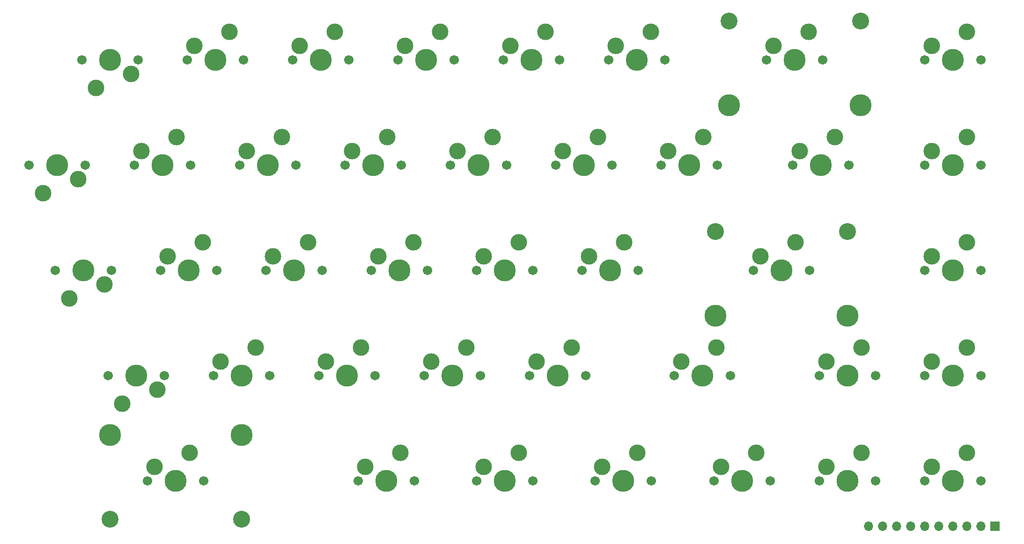
<source format=gbr>
%TF.GenerationSoftware,KiCad,Pcbnew,(5.1.10)-1*%
%TF.CreationDate,2023-08-12T15:50:14-04:00*%
%TF.ProjectId,niche65_mk2_right,6e696368-6536-4355-9f6d-6b325f726967,rev?*%
%TF.SameCoordinates,Original*%
%TF.FileFunction,Soldermask,Top*%
%TF.FilePolarity,Negative*%
%FSLAX46Y46*%
G04 Gerber Fmt 4.6, Leading zero omitted, Abs format (unit mm)*
G04 Created by KiCad (PCBNEW (5.1.10)-1) date 2023-08-12 15:50:14*
%MOMM*%
%LPD*%
G01*
G04 APERTURE LIST*
%ADD10C,3.000000*%
%ADD11C,3.987800*%
%ADD12C,1.701800*%
%ADD13R,1.700000X1.700000*%
%ADD14O,1.700000X1.700000*%
%ADD15C,3.048000*%
G04 APERTURE END LIST*
D10*
%TO.C,SW6*%
X197790000Y-94920000D03*
X191440000Y-97460000D03*
D11*
X195250000Y-100000000D03*
D12*
X200330000Y-100000000D03*
X190170000Y-100000000D03*
%TD*%
D10*
%TO.C,SW24*%
X193027500Y-133020000D03*
X186677500Y-135560000D03*
D11*
X190487500Y-138100000D03*
D12*
X195567500Y-138100000D03*
X185407500Y-138100000D03*
%TD*%
D10*
%TO.C,SW23*%
X173977500Y-133020000D03*
X167627500Y-135560000D03*
D11*
X171437500Y-138100000D03*
D12*
X176517500Y-138100000D03*
X166357500Y-138100000D03*
%TD*%
D13*
%TO.C,J10*%
X260020000Y-184455000D03*
D14*
X257480000Y-184455000D03*
X254940000Y-184455000D03*
X252400000Y-184455000D03*
X249860000Y-184455000D03*
X247320000Y-184455000D03*
X244780000Y-184455000D03*
X242240000Y-184455000D03*
X239700000Y-184455000D03*
X237160000Y-184455000D03*
%TD*%
D11*
%TO.C,REF\u002A\u002A*%
X233343750Y-146355000D03*
X209543750Y-146355000D03*
D15*
X233343750Y-131115000D03*
X209543750Y-131115000D03*
%TD*%
D11*
%TO.C,REF\u002A\u002A*%
X100006250Y-167945000D03*
X123806250Y-167945000D03*
D15*
X100006250Y-183185000D03*
X123806250Y-183185000D03*
%TD*%
%TO.C,REF\u002A\u002A*%
X211925000Y-93015000D03*
X235725000Y-93015000D03*
D11*
X211925000Y-108255000D03*
X235725000Y-108255000D03*
%TD*%
D10*
%TO.C,SW1*%
X97460000Y-105080000D03*
X103810000Y-102540000D03*
D11*
X100000000Y-100000000D03*
D12*
X94920000Y-100000000D03*
X105080000Y-100000000D03*
%TD*%
%TO.C,SW2*%
X113970000Y-100000000D03*
X124130000Y-100000000D03*
D11*
X119050000Y-100000000D03*
D10*
X115240000Y-97460000D03*
X121590000Y-94920000D03*
%TD*%
%TO.C,SW3*%
X140640000Y-94920000D03*
X134290000Y-97460000D03*
D11*
X138100000Y-100000000D03*
D12*
X143180000Y-100000000D03*
X133020000Y-100000000D03*
%TD*%
%TO.C,SW4*%
X152070000Y-100000000D03*
X162230000Y-100000000D03*
D11*
X157150000Y-100000000D03*
D10*
X153340000Y-97460000D03*
X159690000Y-94920000D03*
%TD*%
%TO.C,SW5*%
X178740000Y-94920000D03*
X172390000Y-97460000D03*
D11*
X176200000Y-100000000D03*
D12*
X181280000Y-100000000D03*
X171120000Y-100000000D03*
%TD*%
%TO.C,SW8*%
X218745000Y-100000000D03*
X228905000Y-100000000D03*
D11*
X223825000Y-100000000D03*
D10*
X220015000Y-97460000D03*
X226365000Y-94920000D03*
%TD*%
D12*
%TO.C,SW9*%
X247320000Y-100000000D03*
X257480000Y-100000000D03*
D11*
X252400000Y-100000000D03*
D10*
X248590000Y-97460000D03*
X254940000Y-94920000D03*
%TD*%
%TO.C,SW10*%
X87935000Y-124130000D03*
X94285000Y-121590000D03*
D11*
X90475000Y-119050000D03*
D12*
X85395000Y-119050000D03*
X95555000Y-119050000D03*
%TD*%
%TO.C,SW11*%
X104445000Y-119050000D03*
X114605000Y-119050000D03*
D11*
X109525000Y-119050000D03*
D10*
X105715000Y-116510000D03*
X112065000Y-113970000D03*
%TD*%
%TO.C,SW12*%
X131115000Y-113970000D03*
X124765000Y-116510000D03*
D11*
X128575000Y-119050000D03*
D12*
X133655000Y-119050000D03*
X123495000Y-119050000D03*
%TD*%
%TO.C,SW13*%
X142545000Y-119050000D03*
X152705000Y-119050000D03*
D11*
X147625000Y-119050000D03*
D10*
X143815000Y-116510000D03*
X150165000Y-113970000D03*
%TD*%
%TO.C,SW14*%
X169215000Y-113970000D03*
X162865000Y-116510000D03*
D11*
X166675000Y-119050000D03*
D12*
X171755000Y-119050000D03*
X161595000Y-119050000D03*
%TD*%
D10*
%TO.C,SW15*%
X188265000Y-113970000D03*
X181915000Y-116510000D03*
D11*
X185725000Y-119050000D03*
D12*
X190805000Y-119050000D03*
X180645000Y-119050000D03*
%TD*%
%TO.C,SW16*%
X199695000Y-119050000D03*
X209855000Y-119050000D03*
D11*
X204775000Y-119050000D03*
D10*
X200965000Y-116510000D03*
X207315000Y-113970000D03*
%TD*%
D12*
%TO.C,SW17*%
X223507500Y-119050000D03*
X233667500Y-119050000D03*
D11*
X228587500Y-119050000D03*
D10*
X224777500Y-116510000D03*
X231127500Y-113970000D03*
%TD*%
D12*
%TO.C,SW18*%
X247320000Y-119050000D03*
X257480000Y-119050000D03*
D11*
X252400000Y-119050000D03*
D10*
X248590000Y-116510000D03*
X254940000Y-113970000D03*
%TD*%
%TO.C,SW19*%
X92697500Y-143180000D03*
X99047500Y-140640000D03*
D11*
X95237500Y-138100000D03*
D12*
X90157500Y-138100000D03*
X100317500Y-138100000D03*
%TD*%
%TO.C,SW20*%
X109207500Y-138100000D03*
X119367500Y-138100000D03*
D11*
X114287500Y-138100000D03*
D10*
X110477500Y-135560000D03*
X116827500Y-133020000D03*
%TD*%
%TO.C,SW21*%
X135877500Y-133020000D03*
X129527500Y-135560000D03*
D11*
X133337500Y-138100000D03*
D12*
X138417500Y-138100000D03*
X128257500Y-138100000D03*
%TD*%
%TO.C,SW22*%
X147307500Y-138100000D03*
X157467500Y-138100000D03*
D11*
X152387500Y-138100000D03*
D10*
X148577500Y-135560000D03*
X154927500Y-133020000D03*
%TD*%
D12*
%TO.C,SW25*%
X216363750Y-138100000D03*
X226523750Y-138100000D03*
D11*
X221443750Y-138100000D03*
D10*
X217633750Y-135560000D03*
X223983750Y-133020000D03*
%TD*%
D12*
%TO.C,SW26*%
X247320000Y-138100000D03*
X257480000Y-138100000D03*
D11*
X252400000Y-138100000D03*
D10*
X248590000Y-135560000D03*
X254940000Y-133020000D03*
%TD*%
D12*
%TO.C,SW27*%
X109842500Y-157150000D03*
X99682500Y-157150000D03*
D11*
X104762500Y-157150000D03*
D10*
X108572500Y-159690000D03*
X102222500Y-162230000D03*
%TD*%
%TO.C,SW28*%
X126352500Y-152070000D03*
X120002500Y-154610000D03*
D11*
X123812500Y-157150000D03*
D12*
X128892500Y-157150000D03*
X118732500Y-157150000D03*
%TD*%
D10*
%TO.C,SW29*%
X145402500Y-152070000D03*
X139052500Y-154610000D03*
D11*
X142862500Y-157150000D03*
D12*
X147942500Y-157150000D03*
X137782500Y-157150000D03*
%TD*%
%TO.C,SW30*%
X156832500Y-157150000D03*
X166992500Y-157150000D03*
D11*
X161912500Y-157150000D03*
D10*
X158102500Y-154610000D03*
X164452500Y-152070000D03*
%TD*%
D12*
%TO.C,SW31*%
X175882500Y-157150000D03*
X186042500Y-157150000D03*
D11*
X180962500Y-157150000D03*
D10*
X177152500Y-154610000D03*
X183502500Y-152070000D03*
%TD*%
%TO.C,SW32*%
X209696250Y-152070000D03*
X203346250Y-154610000D03*
D11*
X207156250Y-157150000D03*
D12*
X212236250Y-157150000D03*
X202076250Y-157150000D03*
%TD*%
D10*
%TO.C,SW33*%
X235890000Y-152070000D03*
X229540000Y-154610000D03*
D11*
X233350000Y-157150000D03*
D12*
X238430000Y-157150000D03*
X228270000Y-157150000D03*
%TD*%
%TO.C,SW34*%
X247320000Y-157150000D03*
X257480000Y-157150000D03*
D11*
X252400000Y-157150000D03*
D10*
X248590000Y-154610000D03*
X254940000Y-152070000D03*
%TD*%
%TO.C,SW37*%
X114446250Y-171120000D03*
X108096250Y-173660000D03*
D11*
X111906250Y-176200000D03*
D12*
X116986250Y-176200000D03*
X106826250Y-176200000D03*
%TD*%
%TO.C,SW38*%
X144926250Y-176200000D03*
X155086250Y-176200000D03*
D11*
X150006250Y-176200000D03*
D10*
X146196250Y-173660000D03*
X152546250Y-171120000D03*
%TD*%
%TO.C,SW39*%
X173977500Y-171120000D03*
X167627500Y-173660000D03*
D11*
X171437500Y-176200000D03*
D12*
X176517500Y-176200000D03*
X166357500Y-176200000D03*
%TD*%
%TO.C,SW40*%
X187788750Y-176200000D03*
X197948750Y-176200000D03*
D11*
X192868750Y-176200000D03*
D10*
X189058750Y-173660000D03*
X195408750Y-171120000D03*
%TD*%
D12*
%TO.C,SW41*%
X209220000Y-176200000D03*
X219380000Y-176200000D03*
D11*
X214300000Y-176200000D03*
D10*
X210490000Y-173660000D03*
X216840000Y-171120000D03*
%TD*%
%TO.C,SW42*%
X235890000Y-171120000D03*
X229540000Y-173660000D03*
D11*
X233350000Y-176200000D03*
D12*
X238430000Y-176200000D03*
X228270000Y-176200000D03*
%TD*%
D10*
%TO.C,SW43*%
X254940000Y-171120000D03*
X248590000Y-173660000D03*
D11*
X252400000Y-176200000D03*
D12*
X257480000Y-176200000D03*
X247320000Y-176200000D03*
%TD*%
M02*

</source>
